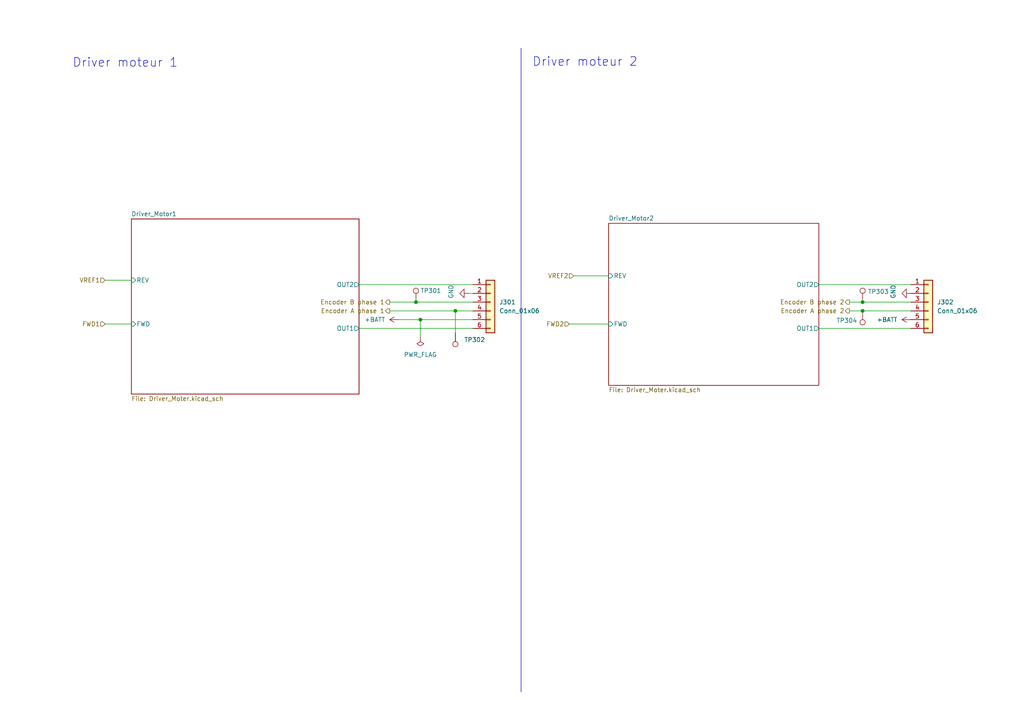
<source format=kicad_sch>
(kicad_sch (version 20231120) (generator "eeschema") (generator_version "8.0")
  (paper "A4")
  (lib_symbols
    (symbol "Connector:TestPoint" (pin_numbers hide) (pin_names (offset 0.762) hide)
      (property "Reference" "TP" (at 0 6.858 0))
      (property "Value" "TestPoint" (at 0 5.08 0))
      (symbol "TestPoint_0_1"
        (circle (center 0 3.302) (radius 0.762))
      )
      (symbol "TestPoint_1_1"
        (pin passive line (at 0 0 90) (length 2.54) (name "1") (number "1"))
      )
    )
    (symbol "Connector_Generic:Conn_01x06" (pin_names (offset 1.016) hide)
      (property "Reference" "J" (at 0 7.62 0))
      (property "Value" "Conn_01x06" (at 0 -10.16 0))
      (symbol "Conn_01x06_1_1"
        (rectangle (start -1.27 -7.493) (end 0 -7.747) (stroke (width 0.1524)))
        (rectangle (start -1.27 -4.953) (end 0 -5.207) (stroke (width 0.1524)))
        (rectangle (start -1.27 -2.413) (end 0 -2.667) (stroke (width 0.1524)))
        (rectangle (start -1.27 0.127) (end 0 -0.127) (stroke (width 0.1524)))
        (rectangle (start -1.27 2.667) (end 0 2.413) (stroke (width 0.1524)))
        (rectangle (start -1.27 5.207) (end 0 4.953) (stroke (width 0.1524)))
        (rectangle (start -1.27 6.35) (end 1.27 -8.89) (stroke (width 0.254)) (fill (type background)))
        (pin passive line (at -5.08 5.08 0) (length 3.81) (name "Pin_1") (number "1"))
        (pin passive line (at -5.08 2.54 0) (length 3.81) (name "Pin_2") (number "2"))
        (pin passive line (at -5.08 0 0) (length 3.81) (name "Pin_3") (number "3"))
        (pin passive line (at -5.08 -2.54 0) (length 3.81) (name "Pin_4") (number "4"))
        (pin passive line (at -5.08 -5.08 0) (length 3.81) (name "Pin_5") (number "5"))
        (pin passive line (at -5.08 -7.62 0) (length 3.81) (name "Pin_6") (number "6"))
      )
    )
    (symbol "power:+BATT" (power) (pin_numbers hide) (pin_names (offset 0) hide)
      (property "Value" "+BATT" (at 0 3.556 0))
      (symbol "+BATT_0_1"
        (polyline (pts (xy -0.762 1.27) (xy 0 2.54)))
        (polyline (pts (xy 0 0) (xy 0 2.54)))
        (polyline (pts (xy 0 2.54) (xy 0.762 1.27)))
      )
      (symbol "+BATT_1_1"
        (pin power_in line (at 0 0 90) (length 0) (name "~") (number "1"))
      )
    )
    (symbol "power:GND" (power) (pin_numbers hide) (pin_names (offset 0) hide)
      (property "Value" "GND" (at 0 -3.81 0))
      (symbol "GND_0_1"
        (polyline (pts (xy 0 0) (xy 0 -1.27) (xy 1.27 -1.27) (xy 0 -2.54) (xy -1.27 -1.27) (xy 0 -1.27)))
      )
      (symbol "GND_1_1"
        (pin power_in line (at 0 0 270) (length 0) (name "~") (number "1"))
      )
    )
    (symbol "power:PWR_FLAG" (power) (pin_numbers hide) (pin_names (offset 0) hide)
      (property "Value" "PWR_FLAG" (at 0 3.81 0))
      (symbol "PWR_FLAG_0_0"
        (pin power_out line (at 0 0 90) (length 0) (name "~") (number "1"))
      )
      (symbol "PWR_FLAG_0_1"
        (polyline (pts (xy 0 0) (xy 0 1.27) (xy -1.016 1.905) (xy 0 2.54) (xy 1.016 1.905) (xy 0 1.27)))
      )
    )
  )
  (junction (at 120.65 87.63))
  (junction (at 250.19 87.63))
  (junction (at 250.19 90.17))
  (junction (at 132.08 90.17))
  (junction (at 121.92 92.71))
  (wire (pts (xy 113.03 87.63) (xy 120.65 87.63)))
  (wire (pts (xy 115.57 92.71) (xy 121.92 92.71)))
  (wire (pts (xy 30.48 81.28) (xy 38.1 81.28)))
  (wire (pts (xy 121.92 92.71) (xy 137.16 92.71)))
  (wire (pts (xy 132.08 90.17) (xy 113.03 90.17)))
  (wire (pts (xy 137.16 90.17) (xy 132.08 90.17)))
  (wire (pts (xy 104.14 95.25) (xy 137.16 95.25)))
  (wire (pts (xy 120.65 87.63) (xy 137.16 87.63)))
  (wire (pts (xy 246.38 90.17) (xy 250.19 90.17)))
  (wire (pts (xy 137.16 85.09) (xy 135.89 85.09)))
  (wire (pts (xy 250.19 87.63) (xy 264.16 87.63)))
  (wire (pts (xy 250.19 90.17) (xy 264.16 90.17)))
  (wire (pts (xy 165.1 93.98) (xy 176.53 93.98)))
  (wire (pts (xy 132.08 96.52) (xy 132.08 90.17)))
  (wire (pts (xy 246.38 87.63) (xy 250.19 87.63)))
  (wire (pts (xy 237.49 82.55) (xy 264.16 82.55)))
  (wire (pts (xy 237.49 95.25) (xy 264.16 95.25)))
  (wire (pts (xy 104.14 82.55) (xy 137.16 82.55)))
  (wire (pts (xy 121.92 97.79) (xy 121.92 92.71)))
  (wire (pts (xy 30.48 93.98) (xy 38.1 93.98)))
  (wire (pts (xy 166.37 80.01) (xy 176.53 80.01)))
  (polyline (pts (xy 151.13 13.97) (xy 151.13 200.66)))
  (text "Driver moteur 2\n" (at 169.672 18.034 0) (effects (font (size 2.54 2.54))))
  (text "Driver moteur 1\n" (at 36.322 18.288 0) (effects (font (size 2.54 2.54))))
  (hierarchical_label "Encoder A phase 1" (shape output) (at 113.03 90.17 180))
  (hierarchical_label "VREF1" (shape input) (at 30.48 81.28 180))
  (hierarchical_label "FWD1" (shape input) (at 30.48 93.98 180))
  (hierarchical_label "Encoder B phase 2" (shape output) (at 246.38 87.63 180))
  (hierarchical_label "Encoder A phase 2" (shape output) (at 246.38 90.17 180))
  (hierarchical_label "Encoder B phase 1" (shape output) (at 113.03 87.63 180))
  (hierarchical_label "VREF2" (shape input) (at 166.37 80.01 180))
  (hierarchical_label "FWD2" (shape input) (at 165.1 93.98 180))
  (symbol (lib_id "Connector_Generic:Conn_01x06") (at 142.24 87.63 0) (unit 1)
    (property "Reference" "J301" (at 144.78 87.6299 0) (effects (justify left)))
    (property "Value" "Conn_01x06" (at 144.78 90.1699 0) (effects (justify left)))
    (property "Footprint" "Connector_JST:JST_XH_S6B-XH-A_1x06_P2.50mm_Horizontal" (effects (hide yes)))
    (property "Description" "Generic connector, single row, 01x06, script generated (kicad-library-utils/schlib/autogen/connector/)" (effects (hide yes)))
  )
  (symbol (lib_id "Connector_Generic:Conn_01x06") (at 269.24 87.63 0) (unit 1)
    (property "Reference" "J302" (at 271.78 87.6299 0) (effects (justify left)))
    (property "Value" "Conn_01x06" (at 271.78 90.1699 0) (effects (justify left)))
    (property "Footprint" "Connector_JST:JST_XH_S6B-XH-A_1x06_P2.50mm_Horizontal" (effects (hide yes)))
    (property "Description" "Generic connector, single row, 01x06, script generated (kicad-library-utils/schlib/autogen/connector/)" (effects (hide yes)))
  )
  (symbol (lib_id "Connector:TestPoint") (at 132.08 96.52 180) (unit 1)
    (property "Reference" "TP302" (at 134.62 98.5519 0) (effects (justify right)))
    (property "Value" "TestPoint" (effects (hide yes)))
    (property "Footprint" "TestPoint:TestPoint_Pad_D1.0mm" (effects (hide yes)))
    (property "Description" "test point" (effects (hide yes)))
  )
  (symbol (lib_id "power:PWR_FLAG") (at 121.92 97.79 180) (unit 1)
    (property "Reference" "#FLG0301" (effects (hide yes)))
    (property "Value" "PWR_FLAG" (at 121.92 102.87 0))
    (property "Description" "Special symbol for telling ERC where power comes from" (effects (hide yes)))
  )
  (symbol (lib_id "power:+BATT") (at 264.16 92.71 90) (unit 1)
    (property "Reference" "#PWR0304" (effects (hide yes)))
    (property "Value" "+BATT" (at 260.35 92.7099 90) (effects (justify left)))
    (property "Description" "Power symbol creates a global label with name \"+BATT\"" (effects (hide yes)))
  )
  (symbol (lib_id "Connector:TestPoint") (at 120.65 87.63 0) (unit 1)
    (property "Reference" "TP301" (at 121.92 84.328 0) (effects (justify left)))
    (property "Value" "TestPoint" (effects (hide yes)))
    (property "Footprint" "TestPoint:TestPoint_Pad_D1.0mm" (effects (hide yes)))
    (property "Description" "test point" (effects (hide yes)))
  )
  (symbol (lib_id "Connector:TestPoint") (at 250.19 90.17 180) (unit 1)
    (property "Reference" "TP304" (at 242.57 92.964 0) (effects (justify right)))
    (property "Value" "TestPoint" (effects (hide yes)))
    (property "Footprint" "TestPoint:TestPoint_Pad_D1.0mm" (effects (hide yes)))
    (property "Description" "test point" (effects (hide yes)))
  )
  (symbol (lib_id "power:+BATT") (at 115.57 92.71 90) (unit 1)
    (property "Reference" "#PWR0302" (effects (hide yes)))
    (property "Value" "+BATT" (at 111.76 92.7099 90) (effects (justify left)))
    (property "Description" "Power symbol creates a global label with name \"+BATT\"" (effects (hide yes)))
  )
  (symbol (lib_id "power:GND") (at 264.16 85.09 270) (unit 1)
    (property "Reference" "#PWR0303" (effects (hide yes)))
    (property "Value" "GND" (at 259.08 84.582 0))
    (property "Description" "Power symbol creates a global label with name \"GND\" , ground" (effects (hide yes)))
  )
  (symbol (lib_id "Connector:TestPoint") (at 250.19 87.63 0) (unit 1)
    (property "Reference" "TP303" (at 251.714 84.582 0) (effects (justify left)))
    (property "Value" "TestPoint" (effects (hide yes)))
    (property "Footprint" "TestPoint:TestPoint_Pad_D1.0mm" (effects (hide yes)))
    (property "Description" "test point" (effects (hide yes)))
  )
  (symbol (lib_id "power:GND") (at 135.89 85.09 270) (unit 1)
    (property "Reference" "#PWR0301" (effects (hide yes)))
    (property "Value" "GND" (at 130.81 84.582 0))
    (property "Description" "Power symbol creates a global label with name \"GND\" , ground" (effects (hide yes)))
  )
  (sheet (at 38.1 63.5) (size 66.04 50.8) (stroke (width 0.1524))
    (property "Sheetname" "Driver_Motor1" (at 38.1 62.7884 0) (effects (justify left bottom)))
    (property "Sheetfile" "Driver_Moter.kicad_sch" (at 38.1 114.8846 0) (effects (justify left top)))
    (pin "OUT1" output (at 104.14 95.25 0))
    (pin "OUT2" output (at 104.14 82.55 0))
    (pin "REV" input (at 38.1 81.28 180))
    (pin "FWD" input (at 38.1 93.98 180))
  )
  (sheet (at 176.53 64.77) (size 60.96 46.99) (stroke (width 0.1524))
    (property "Sheetname" "Driver_Motor2" (at 176.53 64.0584 0) (effects (justify left bottom)))
    (property "Sheetfile" "Driver_Moter.kicad_sch" (at 176.53 112.3446 0) (effects (justify left top)))
    (pin "OUT1" output (at 237.49 95.25 0))
    (pin "OUT2" output (at 237.49 82.55 0))
    (pin "REV" input (at 176.53 80.01 180))
    (pin "FWD" input (at 176.53 93.98 180))
  )
)
</source>
